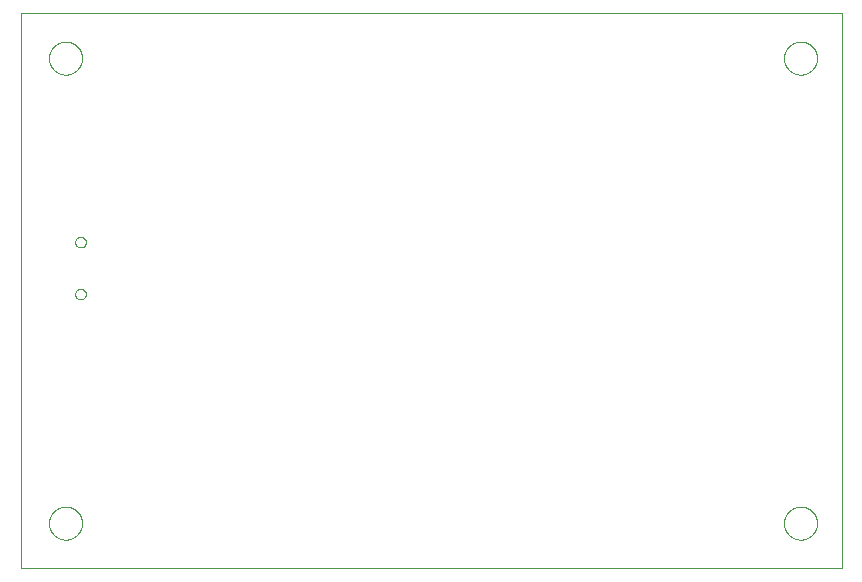
<source format=gko>
G75*
%MOIN*%
%OFA0B0*%
%FSLAX25Y25*%
%IPPOS*%
%LPD*%
%AMOC8*
5,1,8,0,0,1.08239X$1,22.5*
%
%ADD10C,0.00000*%
D10*
X0021404Y0011404D02*
X0021404Y0196364D01*
X0295104Y0196364D01*
X0295104Y0011404D01*
X0021404Y0011404D01*
X0030892Y0026404D02*
X0030894Y0026552D01*
X0030900Y0026700D01*
X0030910Y0026848D01*
X0030924Y0026995D01*
X0030942Y0027142D01*
X0030963Y0027288D01*
X0030989Y0027434D01*
X0031019Y0027579D01*
X0031052Y0027723D01*
X0031090Y0027866D01*
X0031131Y0028008D01*
X0031176Y0028149D01*
X0031224Y0028289D01*
X0031277Y0028428D01*
X0031333Y0028565D01*
X0031393Y0028700D01*
X0031456Y0028834D01*
X0031523Y0028966D01*
X0031594Y0029096D01*
X0031668Y0029224D01*
X0031745Y0029350D01*
X0031826Y0029474D01*
X0031910Y0029596D01*
X0031997Y0029715D01*
X0032088Y0029832D01*
X0032182Y0029947D01*
X0032278Y0030059D01*
X0032378Y0030169D01*
X0032480Y0030275D01*
X0032586Y0030379D01*
X0032694Y0030480D01*
X0032805Y0030578D01*
X0032918Y0030674D01*
X0033034Y0030766D01*
X0033152Y0030855D01*
X0033273Y0030940D01*
X0033396Y0031023D01*
X0033521Y0031102D01*
X0033648Y0031178D01*
X0033777Y0031250D01*
X0033908Y0031319D01*
X0034041Y0031384D01*
X0034176Y0031445D01*
X0034312Y0031503D01*
X0034449Y0031558D01*
X0034588Y0031608D01*
X0034729Y0031655D01*
X0034870Y0031698D01*
X0035013Y0031738D01*
X0035157Y0031773D01*
X0035301Y0031805D01*
X0035447Y0031832D01*
X0035593Y0031856D01*
X0035740Y0031876D01*
X0035887Y0031892D01*
X0036034Y0031904D01*
X0036182Y0031912D01*
X0036330Y0031916D01*
X0036478Y0031916D01*
X0036626Y0031912D01*
X0036774Y0031904D01*
X0036921Y0031892D01*
X0037068Y0031876D01*
X0037215Y0031856D01*
X0037361Y0031832D01*
X0037507Y0031805D01*
X0037651Y0031773D01*
X0037795Y0031738D01*
X0037938Y0031698D01*
X0038079Y0031655D01*
X0038220Y0031608D01*
X0038359Y0031558D01*
X0038496Y0031503D01*
X0038632Y0031445D01*
X0038767Y0031384D01*
X0038900Y0031319D01*
X0039031Y0031250D01*
X0039160Y0031178D01*
X0039287Y0031102D01*
X0039412Y0031023D01*
X0039535Y0030940D01*
X0039656Y0030855D01*
X0039774Y0030766D01*
X0039890Y0030674D01*
X0040003Y0030578D01*
X0040114Y0030480D01*
X0040222Y0030379D01*
X0040328Y0030275D01*
X0040430Y0030169D01*
X0040530Y0030059D01*
X0040626Y0029947D01*
X0040720Y0029832D01*
X0040811Y0029715D01*
X0040898Y0029596D01*
X0040982Y0029474D01*
X0041063Y0029350D01*
X0041140Y0029224D01*
X0041214Y0029096D01*
X0041285Y0028966D01*
X0041352Y0028834D01*
X0041415Y0028700D01*
X0041475Y0028565D01*
X0041531Y0028428D01*
X0041584Y0028289D01*
X0041632Y0028149D01*
X0041677Y0028008D01*
X0041718Y0027866D01*
X0041756Y0027723D01*
X0041789Y0027579D01*
X0041819Y0027434D01*
X0041845Y0027288D01*
X0041866Y0027142D01*
X0041884Y0026995D01*
X0041898Y0026848D01*
X0041908Y0026700D01*
X0041914Y0026552D01*
X0041916Y0026404D01*
X0041914Y0026256D01*
X0041908Y0026108D01*
X0041898Y0025960D01*
X0041884Y0025813D01*
X0041866Y0025666D01*
X0041845Y0025520D01*
X0041819Y0025374D01*
X0041789Y0025229D01*
X0041756Y0025085D01*
X0041718Y0024942D01*
X0041677Y0024800D01*
X0041632Y0024659D01*
X0041584Y0024519D01*
X0041531Y0024380D01*
X0041475Y0024243D01*
X0041415Y0024108D01*
X0041352Y0023974D01*
X0041285Y0023842D01*
X0041214Y0023712D01*
X0041140Y0023584D01*
X0041063Y0023458D01*
X0040982Y0023334D01*
X0040898Y0023212D01*
X0040811Y0023093D01*
X0040720Y0022976D01*
X0040626Y0022861D01*
X0040530Y0022749D01*
X0040430Y0022639D01*
X0040328Y0022533D01*
X0040222Y0022429D01*
X0040114Y0022328D01*
X0040003Y0022230D01*
X0039890Y0022134D01*
X0039774Y0022042D01*
X0039656Y0021953D01*
X0039535Y0021868D01*
X0039412Y0021785D01*
X0039287Y0021706D01*
X0039160Y0021630D01*
X0039031Y0021558D01*
X0038900Y0021489D01*
X0038767Y0021424D01*
X0038632Y0021363D01*
X0038496Y0021305D01*
X0038359Y0021250D01*
X0038220Y0021200D01*
X0038079Y0021153D01*
X0037938Y0021110D01*
X0037795Y0021070D01*
X0037651Y0021035D01*
X0037507Y0021003D01*
X0037361Y0020976D01*
X0037215Y0020952D01*
X0037068Y0020932D01*
X0036921Y0020916D01*
X0036774Y0020904D01*
X0036626Y0020896D01*
X0036478Y0020892D01*
X0036330Y0020892D01*
X0036182Y0020896D01*
X0036034Y0020904D01*
X0035887Y0020916D01*
X0035740Y0020932D01*
X0035593Y0020952D01*
X0035447Y0020976D01*
X0035301Y0021003D01*
X0035157Y0021035D01*
X0035013Y0021070D01*
X0034870Y0021110D01*
X0034729Y0021153D01*
X0034588Y0021200D01*
X0034449Y0021250D01*
X0034312Y0021305D01*
X0034176Y0021363D01*
X0034041Y0021424D01*
X0033908Y0021489D01*
X0033777Y0021558D01*
X0033648Y0021630D01*
X0033521Y0021706D01*
X0033396Y0021785D01*
X0033273Y0021868D01*
X0033152Y0021953D01*
X0033034Y0022042D01*
X0032918Y0022134D01*
X0032805Y0022230D01*
X0032694Y0022328D01*
X0032586Y0022429D01*
X0032480Y0022533D01*
X0032378Y0022639D01*
X0032278Y0022749D01*
X0032182Y0022861D01*
X0032088Y0022976D01*
X0031997Y0023093D01*
X0031910Y0023212D01*
X0031826Y0023334D01*
X0031745Y0023458D01*
X0031668Y0023584D01*
X0031594Y0023712D01*
X0031523Y0023842D01*
X0031456Y0023974D01*
X0031393Y0024108D01*
X0031333Y0024243D01*
X0031277Y0024380D01*
X0031224Y0024519D01*
X0031176Y0024659D01*
X0031131Y0024800D01*
X0031090Y0024942D01*
X0031052Y0025085D01*
X0031019Y0025229D01*
X0030989Y0025374D01*
X0030963Y0025520D01*
X0030942Y0025666D01*
X0030924Y0025813D01*
X0030910Y0025960D01*
X0030900Y0026108D01*
X0030894Y0026256D01*
X0030892Y0026404D01*
X0039632Y0102742D02*
X0039634Y0102826D01*
X0039640Y0102909D01*
X0039650Y0102992D01*
X0039664Y0103075D01*
X0039681Y0103157D01*
X0039703Y0103238D01*
X0039728Y0103317D01*
X0039757Y0103396D01*
X0039790Y0103473D01*
X0039826Y0103548D01*
X0039866Y0103622D01*
X0039909Y0103694D01*
X0039956Y0103763D01*
X0040006Y0103830D01*
X0040059Y0103895D01*
X0040115Y0103957D01*
X0040173Y0104017D01*
X0040235Y0104074D01*
X0040299Y0104127D01*
X0040366Y0104178D01*
X0040435Y0104225D01*
X0040506Y0104270D01*
X0040579Y0104310D01*
X0040654Y0104347D01*
X0040731Y0104381D01*
X0040809Y0104411D01*
X0040888Y0104437D01*
X0040969Y0104460D01*
X0041051Y0104478D01*
X0041133Y0104493D01*
X0041216Y0104504D01*
X0041299Y0104511D01*
X0041383Y0104514D01*
X0041467Y0104513D01*
X0041550Y0104508D01*
X0041634Y0104499D01*
X0041716Y0104486D01*
X0041798Y0104470D01*
X0041879Y0104449D01*
X0041960Y0104425D01*
X0042038Y0104397D01*
X0042116Y0104365D01*
X0042192Y0104329D01*
X0042266Y0104290D01*
X0042338Y0104248D01*
X0042408Y0104202D01*
X0042476Y0104153D01*
X0042541Y0104101D01*
X0042604Y0104046D01*
X0042664Y0103988D01*
X0042722Y0103927D01*
X0042776Y0103863D01*
X0042828Y0103797D01*
X0042876Y0103729D01*
X0042921Y0103658D01*
X0042962Y0103585D01*
X0043001Y0103511D01*
X0043035Y0103435D01*
X0043066Y0103357D01*
X0043093Y0103278D01*
X0043117Y0103197D01*
X0043136Y0103116D01*
X0043152Y0103034D01*
X0043164Y0102951D01*
X0043172Y0102867D01*
X0043176Y0102784D01*
X0043176Y0102700D01*
X0043172Y0102617D01*
X0043164Y0102533D01*
X0043152Y0102450D01*
X0043136Y0102368D01*
X0043117Y0102287D01*
X0043093Y0102206D01*
X0043066Y0102127D01*
X0043035Y0102049D01*
X0043001Y0101973D01*
X0042962Y0101899D01*
X0042921Y0101826D01*
X0042876Y0101755D01*
X0042828Y0101687D01*
X0042776Y0101621D01*
X0042722Y0101557D01*
X0042664Y0101496D01*
X0042604Y0101438D01*
X0042541Y0101383D01*
X0042476Y0101331D01*
X0042408Y0101282D01*
X0042338Y0101236D01*
X0042266Y0101194D01*
X0042192Y0101155D01*
X0042116Y0101119D01*
X0042038Y0101087D01*
X0041960Y0101059D01*
X0041879Y0101035D01*
X0041798Y0101014D01*
X0041716Y0100998D01*
X0041634Y0100985D01*
X0041550Y0100976D01*
X0041467Y0100971D01*
X0041383Y0100970D01*
X0041299Y0100973D01*
X0041216Y0100980D01*
X0041133Y0100991D01*
X0041051Y0101006D01*
X0040969Y0101024D01*
X0040888Y0101047D01*
X0040809Y0101073D01*
X0040731Y0101103D01*
X0040654Y0101137D01*
X0040579Y0101174D01*
X0040506Y0101214D01*
X0040435Y0101259D01*
X0040366Y0101306D01*
X0040299Y0101357D01*
X0040235Y0101410D01*
X0040173Y0101467D01*
X0040115Y0101527D01*
X0040059Y0101589D01*
X0040006Y0101654D01*
X0039956Y0101721D01*
X0039909Y0101790D01*
X0039866Y0101862D01*
X0039826Y0101936D01*
X0039790Y0102011D01*
X0039757Y0102088D01*
X0039728Y0102167D01*
X0039703Y0102246D01*
X0039681Y0102327D01*
X0039664Y0102409D01*
X0039650Y0102492D01*
X0039640Y0102575D01*
X0039634Y0102658D01*
X0039632Y0102742D01*
X0039632Y0120065D02*
X0039634Y0120149D01*
X0039640Y0120232D01*
X0039650Y0120315D01*
X0039664Y0120398D01*
X0039681Y0120480D01*
X0039703Y0120561D01*
X0039728Y0120640D01*
X0039757Y0120719D01*
X0039790Y0120796D01*
X0039826Y0120871D01*
X0039866Y0120945D01*
X0039909Y0121017D01*
X0039956Y0121086D01*
X0040006Y0121153D01*
X0040059Y0121218D01*
X0040115Y0121280D01*
X0040173Y0121340D01*
X0040235Y0121397D01*
X0040299Y0121450D01*
X0040366Y0121501D01*
X0040435Y0121548D01*
X0040506Y0121593D01*
X0040579Y0121633D01*
X0040654Y0121670D01*
X0040731Y0121704D01*
X0040809Y0121734D01*
X0040888Y0121760D01*
X0040969Y0121783D01*
X0041051Y0121801D01*
X0041133Y0121816D01*
X0041216Y0121827D01*
X0041299Y0121834D01*
X0041383Y0121837D01*
X0041467Y0121836D01*
X0041550Y0121831D01*
X0041634Y0121822D01*
X0041716Y0121809D01*
X0041798Y0121793D01*
X0041879Y0121772D01*
X0041960Y0121748D01*
X0042038Y0121720D01*
X0042116Y0121688D01*
X0042192Y0121652D01*
X0042266Y0121613D01*
X0042338Y0121571D01*
X0042408Y0121525D01*
X0042476Y0121476D01*
X0042541Y0121424D01*
X0042604Y0121369D01*
X0042664Y0121311D01*
X0042722Y0121250D01*
X0042776Y0121186D01*
X0042828Y0121120D01*
X0042876Y0121052D01*
X0042921Y0120981D01*
X0042962Y0120908D01*
X0043001Y0120834D01*
X0043035Y0120758D01*
X0043066Y0120680D01*
X0043093Y0120601D01*
X0043117Y0120520D01*
X0043136Y0120439D01*
X0043152Y0120357D01*
X0043164Y0120274D01*
X0043172Y0120190D01*
X0043176Y0120107D01*
X0043176Y0120023D01*
X0043172Y0119940D01*
X0043164Y0119856D01*
X0043152Y0119773D01*
X0043136Y0119691D01*
X0043117Y0119610D01*
X0043093Y0119529D01*
X0043066Y0119450D01*
X0043035Y0119372D01*
X0043001Y0119296D01*
X0042962Y0119222D01*
X0042921Y0119149D01*
X0042876Y0119078D01*
X0042828Y0119010D01*
X0042776Y0118944D01*
X0042722Y0118880D01*
X0042664Y0118819D01*
X0042604Y0118761D01*
X0042541Y0118706D01*
X0042476Y0118654D01*
X0042408Y0118605D01*
X0042338Y0118559D01*
X0042266Y0118517D01*
X0042192Y0118478D01*
X0042116Y0118442D01*
X0042038Y0118410D01*
X0041960Y0118382D01*
X0041879Y0118358D01*
X0041798Y0118337D01*
X0041716Y0118321D01*
X0041634Y0118308D01*
X0041550Y0118299D01*
X0041467Y0118294D01*
X0041383Y0118293D01*
X0041299Y0118296D01*
X0041216Y0118303D01*
X0041133Y0118314D01*
X0041051Y0118329D01*
X0040969Y0118347D01*
X0040888Y0118370D01*
X0040809Y0118396D01*
X0040731Y0118426D01*
X0040654Y0118460D01*
X0040579Y0118497D01*
X0040506Y0118537D01*
X0040435Y0118582D01*
X0040366Y0118629D01*
X0040299Y0118680D01*
X0040235Y0118733D01*
X0040173Y0118790D01*
X0040115Y0118850D01*
X0040059Y0118912D01*
X0040006Y0118977D01*
X0039956Y0119044D01*
X0039909Y0119113D01*
X0039866Y0119185D01*
X0039826Y0119259D01*
X0039790Y0119334D01*
X0039757Y0119411D01*
X0039728Y0119490D01*
X0039703Y0119569D01*
X0039681Y0119650D01*
X0039664Y0119732D01*
X0039650Y0119815D01*
X0039640Y0119898D01*
X0039634Y0119981D01*
X0039632Y0120065D01*
X0030892Y0181404D02*
X0030894Y0181552D01*
X0030900Y0181700D01*
X0030910Y0181848D01*
X0030924Y0181995D01*
X0030942Y0182142D01*
X0030963Y0182288D01*
X0030989Y0182434D01*
X0031019Y0182579D01*
X0031052Y0182723D01*
X0031090Y0182866D01*
X0031131Y0183008D01*
X0031176Y0183149D01*
X0031224Y0183289D01*
X0031277Y0183428D01*
X0031333Y0183565D01*
X0031393Y0183700D01*
X0031456Y0183834D01*
X0031523Y0183966D01*
X0031594Y0184096D01*
X0031668Y0184224D01*
X0031745Y0184350D01*
X0031826Y0184474D01*
X0031910Y0184596D01*
X0031997Y0184715D01*
X0032088Y0184832D01*
X0032182Y0184947D01*
X0032278Y0185059D01*
X0032378Y0185169D01*
X0032480Y0185275D01*
X0032586Y0185379D01*
X0032694Y0185480D01*
X0032805Y0185578D01*
X0032918Y0185674D01*
X0033034Y0185766D01*
X0033152Y0185855D01*
X0033273Y0185940D01*
X0033396Y0186023D01*
X0033521Y0186102D01*
X0033648Y0186178D01*
X0033777Y0186250D01*
X0033908Y0186319D01*
X0034041Y0186384D01*
X0034176Y0186445D01*
X0034312Y0186503D01*
X0034449Y0186558D01*
X0034588Y0186608D01*
X0034729Y0186655D01*
X0034870Y0186698D01*
X0035013Y0186738D01*
X0035157Y0186773D01*
X0035301Y0186805D01*
X0035447Y0186832D01*
X0035593Y0186856D01*
X0035740Y0186876D01*
X0035887Y0186892D01*
X0036034Y0186904D01*
X0036182Y0186912D01*
X0036330Y0186916D01*
X0036478Y0186916D01*
X0036626Y0186912D01*
X0036774Y0186904D01*
X0036921Y0186892D01*
X0037068Y0186876D01*
X0037215Y0186856D01*
X0037361Y0186832D01*
X0037507Y0186805D01*
X0037651Y0186773D01*
X0037795Y0186738D01*
X0037938Y0186698D01*
X0038079Y0186655D01*
X0038220Y0186608D01*
X0038359Y0186558D01*
X0038496Y0186503D01*
X0038632Y0186445D01*
X0038767Y0186384D01*
X0038900Y0186319D01*
X0039031Y0186250D01*
X0039160Y0186178D01*
X0039287Y0186102D01*
X0039412Y0186023D01*
X0039535Y0185940D01*
X0039656Y0185855D01*
X0039774Y0185766D01*
X0039890Y0185674D01*
X0040003Y0185578D01*
X0040114Y0185480D01*
X0040222Y0185379D01*
X0040328Y0185275D01*
X0040430Y0185169D01*
X0040530Y0185059D01*
X0040626Y0184947D01*
X0040720Y0184832D01*
X0040811Y0184715D01*
X0040898Y0184596D01*
X0040982Y0184474D01*
X0041063Y0184350D01*
X0041140Y0184224D01*
X0041214Y0184096D01*
X0041285Y0183966D01*
X0041352Y0183834D01*
X0041415Y0183700D01*
X0041475Y0183565D01*
X0041531Y0183428D01*
X0041584Y0183289D01*
X0041632Y0183149D01*
X0041677Y0183008D01*
X0041718Y0182866D01*
X0041756Y0182723D01*
X0041789Y0182579D01*
X0041819Y0182434D01*
X0041845Y0182288D01*
X0041866Y0182142D01*
X0041884Y0181995D01*
X0041898Y0181848D01*
X0041908Y0181700D01*
X0041914Y0181552D01*
X0041916Y0181404D01*
X0041914Y0181256D01*
X0041908Y0181108D01*
X0041898Y0180960D01*
X0041884Y0180813D01*
X0041866Y0180666D01*
X0041845Y0180520D01*
X0041819Y0180374D01*
X0041789Y0180229D01*
X0041756Y0180085D01*
X0041718Y0179942D01*
X0041677Y0179800D01*
X0041632Y0179659D01*
X0041584Y0179519D01*
X0041531Y0179380D01*
X0041475Y0179243D01*
X0041415Y0179108D01*
X0041352Y0178974D01*
X0041285Y0178842D01*
X0041214Y0178712D01*
X0041140Y0178584D01*
X0041063Y0178458D01*
X0040982Y0178334D01*
X0040898Y0178212D01*
X0040811Y0178093D01*
X0040720Y0177976D01*
X0040626Y0177861D01*
X0040530Y0177749D01*
X0040430Y0177639D01*
X0040328Y0177533D01*
X0040222Y0177429D01*
X0040114Y0177328D01*
X0040003Y0177230D01*
X0039890Y0177134D01*
X0039774Y0177042D01*
X0039656Y0176953D01*
X0039535Y0176868D01*
X0039412Y0176785D01*
X0039287Y0176706D01*
X0039160Y0176630D01*
X0039031Y0176558D01*
X0038900Y0176489D01*
X0038767Y0176424D01*
X0038632Y0176363D01*
X0038496Y0176305D01*
X0038359Y0176250D01*
X0038220Y0176200D01*
X0038079Y0176153D01*
X0037938Y0176110D01*
X0037795Y0176070D01*
X0037651Y0176035D01*
X0037507Y0176003D01*
X0037361Y0175976D01*
X0037215Y0175952D01*
X0037068Y0175932D01*
X0036921Y0175916D01*
X0036774Y0175904D01*
X0036626Y0175896D01*
X0036478Y0175892D01*
X0036330Y0175892D01*
X0036182Y0175896D01*
X0036034Y0175904D01*
X0035887Y0175916D01*
X0035740Y0175932D01*
X0035593Y0175952D01*
X0035447Y0175976D01*
X0035301Y0176003D01*
X0035157Y0176035D01*
X0035013Y0176070D01*
X0034870Y0176110D01*
X0034729Y0176153D01*
X0034588Y0176200D01*
X0034449Y0176250D01*
X0034312Y0176305D01*
X0034176Y0176363D01*
X0034041Y0176424D01*
X0033908Y0176489D01*
X0033777Y0176558D01*
X0033648Y0176630D01*
X0033521Y0176706D01*
X0033396Y0176785D01*
X0033273Y0176868D01*
X0033152Y0176953D01*
X0033034Y0177042D01*
X0032918Y0177134D01*
X0032805Y0177230D01*
X0032694Y0177328D01*
X0032586Y0177429D01*
X0032480Y0177533D01*
X0032378Y0177639D01*
X0032278Y0177749D01*
X0032182Y0177861D01*
X0032088Y0177976D01*
X0031997Y0178093D01*
X0031910Y0178212D01*
X0031826Y0178334D01*
X0031745Y0178458D01*
X0031668Y0178584D01*
X0031594Y0178712D01*
X0031523Y0178842D01*
X0031456Y0178974D01*
X0031393Y0179108D01*
X0031333Y0179243D01*
X0031277Y0179380D01*
X0031224Y0179519D01*
X0031176Y0179659D01*
X0031131Y0179800D01*
X0031090Y0179942D01*
X0031052Y0180085D01*
X0031019Y0180229D01*
X0030989Y0180374D01*
X0030963Y0180520D01*
X0030942Y0180666D01*
X0030924Y0180813D01*
X0030910Y0180960D01*
X0030900Y0181108D01*
X0030894Y0181256D01*
X0030892Y0181404D01*
X0275892Y0181404D02*
X0275894Y0181552D01*
X0275900Y0181700D01*
X0275910Y0181848D01*
X0275924Y0181995D01*
X0275942Y0182142D01*
X0275963Y0182288D01*
X0275989Y0182434D01*
X0276019Y0182579D01*
X0276052Y0182723D01*
X0276090Y0182866D01*
X0276131Y0183008D01*
X0276176Y0183149D01*
X0276224Y0183289D01*
X0276277Y0183428D01*
X0276333Y0183565D01*
X0276393Y0183700D01*
X0276456Y0183834D01*
X0276523Y0183966D01*
X0276594Y0184096D01*
X0276668Y0184224D01*
X0276745Y0184350D01*
X0276826Y0184474D01*
X0276910Y0184596D01*
X0276997Y0184715D01*
X0277088Y0184832D01*
X0277182Y0184947D01*
X0277278Y0185059D01*
X0277378Y0185169D01*
X0277480Y0185275D01*
X0277586Y0185379D01*
X0277694Y0185480D01*
X0277805Y0185578D01*
X0277918Y0185674D01*
X0278034Y0185766D01*
X0278152Y0185855D01*
X0278273Y0185940D01*
X0278396Y0186023D01*
X0278521Y0186102D01*
X0278648Y0186178D01*
X0278777Y0186250D01*
X0278908Y0186319D01*
X0279041Y0186384D01*
X0279176Y0186445D01*
X0279312Y0186503D01*
X0279449Y0186558D01*
X0279588Y0186608D01*
X0279729Y0186655D01*
X0279870Y0186698D01*
X0280013Y0186738D01*
X0280157Y0186773D01*
X0280301Y0186805D01*
X0280447Y0186832D01*
X0280593Y0186856D01*
X0280740Y0186876D01*
X0280887Y0186892D01*
X0281034Y0186904D01*
X0281182Y0186912D01*
X0281330Y0186916D01*
X0281478Y0186916D01*
X0281626Y0186912D01*
X0281774Y0186904D01*
X0281921Y0186892D01*
X0282068Y0186876D01*
X0282215Y0186856D01*
X0282361Y0186832D01*
X0282507Y0186805D01*
X0282651Y0186773D01*
X0282795Y0186738D01*
X0282938Y0186698D01*
X0283079Y0186655D01*
X0283220Y0186608D01*
X0283359Y0186558D01*
X0283496Y0186503D01*
X0283632Y0186445D01*
X0283767Y0186384D01*
X0283900Y0186319D01*
X0284031Y0186250D01*
X0284160Y0186178D01*
X0284287Y0186102D01*
X0284412Y0186023D01*
X0284535Y0185940D01*
X0284656Y0185855D01*
X0284774Y0185766D01*
X0284890Y0185674D01*
X0285003Y0185578D01*
X0285114Y0185480D01*
X0285222Y0185379D01*
X0285328Y0185275D01*
X0285430Y0185169D01*
X0285530Y0185059D01*
X0285626Y0184947D01*
X0285720Y0184832D01*
X0285811Y0184715D01*
X0285898Y0184596D01*
X0285982Y0184474D01*
X0286063Y0184350D01*
X0286140Y0184224D01*
X0286214Y0184096D01*
X0286285Y0183966D01*
X0286352Y0183834D01*
X0286415Y0183700D01*
X0286475Y0183565D01*
X0286531Y0183428D01*
X0286584Y0183289D01*
X0286632Y0183149D01*
X0286677Y0183008D01*
X0286718Y0182866D01*
X0286756Y0182723D01*
X0286789Y0182579D01*
X0286819Y0182434D01*
X0286845Y0182288D01*
X0286866Y0182142D01*
X0286884Y0181995D01*
X0286898Y0181848D01*
X0286908Y0181700D01*
X0286914Y0181552D01*
X0286916Y0181404D01*
X0286914Y0181256D01*
X0286908Y0181108D01*
X0286898Y0180960D01*
X0286884Y0180813D01*
X0286866Y0180666D01*
X0286845Y0180520D01*
X0286819Y0180374D01*
X0286789Y0180229D01*
X0286756Y0180085D01*
X0286718Y0179942D01*
X0286677Y0179800D01*
X0286632Y0179659D01*
X0286584Y0179519D01*
X0286531Y0179380D01*
X0286475Y0179243D01*
X0286415Y0179108D01*
X0286352Y0178974D01*
X0286285Y0178842D01*
X0286214Y0178712D01*
X0286140Y0178584D01*
X0286063Y0178458D01*
X0285982Y0178334D01*
X0285898Y0178212D01*
X0285811Y0178093D01*
X0285720Y0177976D01*
X0285626Y0177861D01*
X0285530Y0177749D01*
X0285430Y0177639D01*
X0285328Y0177533D01*
X0285222Y0177429D01*
X0285114Y0177328D01*
X0285003Y0177230D01*
X0284890Y0177134D01*
X0284774Y0177042D01*
X0284656Y0176953D01*
X0284535Y0176868D01*
X0284412Y0176785D01*
X0284287Y0176706D01*
X0284160Y0176630D01*
X0284031Y0176558D01*
X0283900Y0176489D01*
X0283767Y0176424D01*
X0283632Y0176363D01*
X0283496Y0176305D01*
X0283359Y0176250D01*
X0283220Y0176200D01*
X0283079Y0176153D01*
X0282938Y0176110D01*
X0282795Y0176070D01*
X0282651Y0176035D01*
X0282507Y0176003D01*
X0282361Y0175976D01*
X0282215Y0175952D01*
X0282068Y0175932D01*
X0281921Y0175916D01*
X0281774Y0175904D01*
X0281626Y0175896D01*
X0281478Y0175892D01*
X0281330Y0175892D01*
X0281182Y0175896D01*
X0281034Y0175904D01*
X0280887Y0175916D01*
X0280740Y0175932D01*
X0280593Y0175952D01*
X0280447Y0175976D01*
X0280301Y0176003D01*
X0280157Y0176035D01*
X0280013Y0176070D01*
X0279870Y0176110D01*
X0279729Y0176153D01*
X0279588Y0176200D01*
X0279449Y0176250D01*
X0279312Y0176305D01*
X0279176Y0176363D01*
X0279041Y0176424D01*
X0278908Y0176489D01*
X0278777Y0176558D01*
X0278648Y0176630D01*
X0278521Y0176706D01*
X0278396Y0176785D01*
X0278273Y0176868D01*
X0278152Y0176953D01*
X0278034Y0177042D01*
X0277918Y0177134D01*
X0277805Y0177230D01*
X0277694Y0177328D01*
X0277586Y0177429D01*
X0277480Y0177533D01*
X0277378Y0177639D01*
X0277278Y0177749D01*
X0277182Y0177861D01*
X0277088Y0177976D01*
X0276997Y0178093D01*
X0276910Y0178212D01*
X0276826Y0178334D01*
X0276745Y0178458D01*
X0276668Y0178584D01*
X0276594Y0178712D01*
X0276523Y0178842D01*
X0276456Y0178974D01*
X0276393Y0179108D01*
X0276333Y0179243D01*
X0276277Y0179380D01*
X0276224Y0179519D01*
X0276176Y0179659D01*
X0276131Y0179800D01*
X0276090Y0179942D01*
X0276052Y0180085D01*
X0276019Y0180229D01*
X0275989Y0180374D01*
X0275963Y0180520D01*
X0275942Y0180666D01*
X0275924Y0180813D01*
X0275910Y0180960D01*
X0275900Y0181108D01*
X0275894Y0181256D01*
X0275892Y0181404D01*
X0275892Y0026404D02*
X0275894Y0026552D01*
X0275900Y0026700D01*
X0275910Y0026848D01*
X0275924Y0026995D01*
X0275942Y0027142D01*
X0275963Y0027288D01*
X0275989Y0027434D01*
X0276019Y0027579D01*
X0276052Y0027723D01*
X0276090Y0027866D01*
X0276131Y0028008D01*
X0276176Y0028149D01*
X0276224Y0028289D01*
X0276277Y0028428D01*
X0276333Y0028565D01*
X0276393Y0028700D01*
X0276456Y0028834D01*
X0276523Y0028966D01*
X0276594Y0029096D01*
X0276668Y0029224D01*
X0276745Y0029350D01*
X0276826Y0029474D01*
X0276910Y0029596D01*
X0276997Y0029715D01*
X0277088Y0029832D01*
X0277182Y0029947D01*
X0277278Y0030059D01*
X0277378Y0030169D01*
X0277480Y0030275D01*
X0277586Y0030379D01*
X0277694Y0030480D01*
X0277805Y0030578D01*
X0277918Y0030674D01*
X0278034Y0030766D01*
X0278152Y0030855D01*
X0278273Y0030940D01*
X0278396Y0031023D01*
X0278521Y0031102D01*
X0278648Y0031178D01*
X0278777Y0031250D01*
X0278908Y0031319D01*
X0279041Y0031384D01*
X0279176Y0031445D01*
X0279312Y0031503D01*
X0279449Y0031558D01*
X0279588Y0031608D01*
X0279729Y0031655D01*
X0279870Y0031698D01*
X0280013Y0031738D01*
X0280157Y0031773D01*
X0280301Y0031805D01*
X0280447Y0031832D01*
X0280593Y0031856D01*
X0280740Y0031876D01*
X0280887Y0031892D01*
X0281034Y0031904D01*
X0281182Y0031912D01*
X0281330Y0031916D01*
X0281478Y0031916D01*
X0281626Y0031912D01*
X0281774Y0031904D01*
X0281921Y0031892D01*
X0282068Y0031876D01*
X0282215Y0031856D01*
X0282361Y0031832D01*
X0282507Y0031805D01*
X0282651Y0031773D01*
X0282795Y0031738D01*
X0282938Y0031698D01*
X0283079Y0031655D01*
X0283220Y0031608D01*
X0283359Y0031558D01*
X0283496Y0031503D01*
X0283632Y0031445D01*
X0283767Y0031384D01*
X0283900Y0031319D01*
X0284031Y0031250D01*
X0284160Y0031178D01*
X0284287Y0031102D01*
X0284412Y0031023D01*
X0284535Y0030940D01*
X0284656Y0030855D01*
X0284774Y0030766D01*
X0284890Y0030674D01*
X0285003Y0030578D01*
X0285114Y0030480D01*
X0285222Y0030379D01*
X0285328Y0030275D01*
X0285430Y0030169D01*
X0285530Y0030059D01*
X0285626Y0029947D01*
X0285720Y0029832D01*
X0285811Y0029715D01*
X0285898Y0029596D01*
X0285982Y0029474D01*
X0286063Y0029350D01*
X0286140Y0029224D01*
X0286214Y0029096D01*
X0286285Y0028966D01*
X0286352Y0028834D01*
X0286415Y0028700D01*
X0286475Y0028565D01*
X0286531Y0028428D01*
X0286584Y0028289D01*
X0286632Y0028149D01*
X0286677Y0028008D01*
X0286718Y0027866D01*
X0286756Y0027723D01*
X0286789Y0027579D01*
X0286819Y0027434D01*
X0286845Y0027288D01*
X0286866Y0027142D01*
X0286884Y0026995D01*
X0286898Y0026848D01*
X0286908Y0026700D01*
X0286914Y0026552D01*
X0286916Y0026404D01*
X0286914Y0026256D01*
X0286908Y0026108D01*
X0286898Y0025960D01*
X0286884Y0025813D01*
X0286866Y0025666D01*
X0286845Y0025520D01*
X0286819Y0025374D01*
X0286789Y0025229D01*
X0286756Y0025085D01*
X0286718Y0024942D01*
X0286677Y0024800D01*
X0286632Y0024659D01*
X0286584Y0024519D01*
X0286531Y0024380D01*
X0286475Y0024243D01*
X0286415Y0024108D01*
X0286352Y0023974D01*
X0286285Y0023842D01*
X0286214Y0023712D01*
X0286140Y0023584D01*
X0286063Y0023458D01*
X0285982Y0023334D01*
X0285898Y0023212D01*
X0285811Y0023093D01*
X0285720Y0022976D01*
X0285626Y0022861D01*
X0285530Y0022749D01*
X0285430Y0022639D01*
X0285328Y0022533D01*
X0285222Y0022429D01*
X0285114Y0022328D01*
X0285003Y0022230D01*
X0284890Y0022134D01*
X0284774Y0022042D01*
X0284656Y0021953D01*
X0284535Y0021868D01*
X0284412Y0021785D01*
X0284287Y0021706D01*
X0284160Y0021630D01*
X0284031Y0021558D01*
X0283900Y0021489D01*
X0283767Y0021424D01*
X0283632Y0021363D01*
X0283496Y0021305D01*
X0283359Y0021250D01*
X0283220Y0021200D01*
X0283079Y0021153D01*
X0282938Y0021110D01*
X0282795Y0021070D01*
X0282651Y0021035D01*
X0282507Y0021003D01*
X0282361Y0020976D01*
X0282215Y0020952D01*
X0282068Y0020932D01*
X0281921Y0020916D01*
X0281774Y0020904D01*
X0281626Y0020896D01*
X0281478Y0020892D01*
X0281330Y0020892D01*
X0281182Y0020896D01*
X0281034Y0020904D01*
X0280887Y0020916D01*
X0280740Y0020932D01*
X0280593Y0020952D01*
X0280447Y0020976D01*
X0280301Y0021003D01*
X0280157Y0021035D01*
X0280013Y0021070D01*
X0279870Y0021110D01*
X0279729Y0021153D01*
X0279588Y0021200D01*
X0279449Y0021250D01*
X0279312Y0021305D01*
X0279176Y0021363D01*
X0279041Y0021424D01*
X0278908Y0021489D01*
X0278777Y0021558D01*
X0278648Y0021630D01*
X0278521Y0021706D01*
X0278396Y0021785D01*
X0278273Y0021868D01*
X0278152Y0021953D01*
X0278034Y0022042D01*
X0277918Y0022134D01*
X0277805Y0022230D01*
X0277694Y0022328D01*
X0277586Y0022429D01*
X0277480Y0022533D01*
X0277378Y0022639D01*
X0277278Y0022749D01*
X0277182Y0022861D01*
X0277088Y0022976D01*
X0276997Y0023093D01*
X0276910Y0023212D01*
X0276826Y0023334D01*
X0276745Y0023458D01*
X0276668Y0023584D01*
X0276594Y0023712D01*
X0276523Y0023842D01*
X0276456Y0023974D01*
X0276393Y0024108D01*
X0276333Y0024243D01*
X0276277Y0024380D01*
X0276224Y0024519D01*
X0276176Y0024659D01*
X0276131Y0024800D01*
X0276090Y0024942D01*
X0276052Y0025085D01*
X0276019Y0025229D01*
X0275989Y0025374D01*
X0275963Y0025520D01*
X0275942Y0025666D01*
X0275924Y0025813D01*
X0275910Y0025960D01*
X0275900Y0026108D01*
X0275894Y0026256D01*
X0275892Y0026404D01*
M02*

</source>
